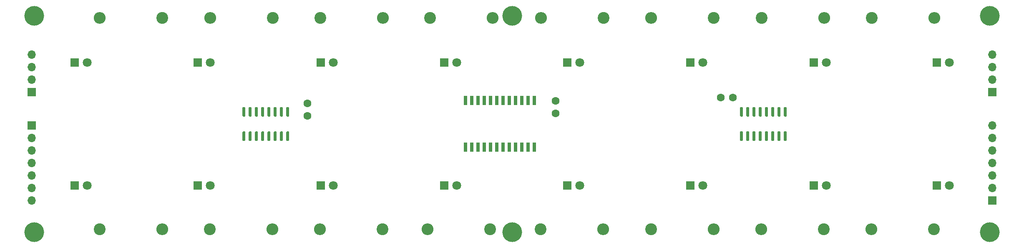
<source format=gbr>
%TF.GenerationSoftware,KiCad,Pcbnew,(5.1.7-0-10_14)*%
%TF.CreationDate,2020-11-05T14:27:50-03:00*%
%TF.ProjectId,macedo module 2,6d616365-646f-4206-9d6f-64756c652032,rev?*%
%TF.SameCoordinates,Original*%
%TF.FileFunction,Soldermask,Bot*%
%TF.FilePolarity,Negative*%
%FSLAX46Y46*%
G04 Gerber Fmt 4.6, Leading zero omitted, Abs format (unit mm)*
G04 Created by KiCad (PCBNEW (5.1.7-0-10_14)) date 2020-11-05 14:27:50*
%MOMM*%
%LPD*%
G01*
G04 APERTURE LIST*
%ADD10C,4.000000*%
%ADD11R,0.650000X1.950000*%
%ADD12C,1.800000*%
%ADD13R,1.800000X1.800000*%
%ADD14O,1.700000X1.700000*%
%ADD15R,1.700000X1.700000*%
%ADD16O,2.400000X2.400000*%
%ADD17C,2.400000*%
%ADD18C,1.600000*%
G04 APERTURE END LIST*
D10*
%TO.C,REF\u002A\u002A*%
X242000000Y-167000000D03*
%TD*%
%TO.C,REF\u002A\u002A*%
X145000000Y-167000000D03*
%TD*%
%TO.C,REF\u002A\u002A*%
X48000000Y-167000000D03*
%TD*%
%TO.C,REF\u002A\u002A*%
X145000000Y-123000000D03*
%TD*%
%TO.C,REF\u002A\u002A*%
X48000000Y-123000000D03*
%TD*%
D11*
%TO.C,cd4067d1*%
X135565000Y-140225000D03*
X136835000Y-140225000D03*
X138105000Y-140225000D03*
X139375000Y-140225000D03*
X140645000Y-140225000D03*
X141915000Y-140225000D03*
X143185000Y-140225000D03*
X144455000Y-140225000D03*
X145725000Y-140225000D03*
X146995000Y-140225000D03*
X148265000Y-140225000D03*
X149535000Y-140225000D03*
X149535000Y-149675000D03*
X148265000Y-149675000D03*
X146995000Y-149675000D03*
X145725000Y-149675000D03*
X144455000Y-149675000D03*
X143185000Y-149675000D03*
X141915000Y-149675000D03*
X140645000Y-149675000D03*
X139375000Y-149675000D03*
X138105000Y-149675000D03*
X136835000Y-149675000D03*
X135565000Y-149675000D03*
%TD*%
D10*
%TO.C,REF\u002A\u002A*%
X242000000Y-123000000D03*
%TD*%
D12*
%TO.C,D1*%
X58740000Y-132500000D03*
D13*
X56200000Y-132500000D03*
%TD*%
%TO.C,D2*%
X56200000Y-157500000D03*
D12*
X58740000Y-157500000D03*
%TD*%
D13*
%TO.C,D3*%
X81200000Y-132500000D03*
D12*
X83740000Y-132500000D03*
%TD*%
D13*
%TO.C,D4*%
X81200000Y-157500000D03*
D12*
X83740000Y-157500000D03*
%TD*%
%TO.C,D5*%
X108740000Y-132500000D03*
D13*
X106200000Y-132500000D03*
%TD*%
%TO.C,D6*%
X106200000Y-157500000D03*
D12*
X108740000Y-157500000D03*
%TD*%
D13*
%TO.C,D7*%
X131200000Y-132500000D03*
D12*
X133740000Y-132500000D03*
%TD*%
%TO.C,D8*%
X133740000Y-157500000D03*
D13*
X131200000Y-157500000D03*
%TD*%
%TO.C,D9*%
X156200000Y-132500000D03*
D12*
X158740000Y-132500000D03*
%TD*%
%TO.C,D10*%
X158740000Y-157500000D03*
D13*
X156200000Y-157500000D03*
%TD*%
D12*
%TO.C,D11*%
X183740000Y-132500000D03*
D13*
X181200000Y-132500000D03*
%TD*%
D12*
%TO.C,D12*%
X183740000Y-157500000D03*
D13*
X181200000Y-157500000D03*
%TD*%
%TO.C,D13*%
X206200000Y-132500000D03*
D12*
X208740000Y-132500000D03*
%TD*%
%TO.C,D14*%
X208740000Y-157500000D03*
D13*
X206200000Y-157500000D03*
%TD*%
D12*
%TO.C,D15*%
X233740000Y-132500000D03*
D13*
X231200000Y-132500000D03*
%TD*%
%TO.C,D16*%
X231200000Y-157500000D03*
D12*
X233740000Y-157500000D03*
%TD*%
D14*
%TO.C,4067_conn_1*%
X242500000Y-145300000D03*
X242500000Y-147840000D03*
X242500000Y-150380000D03*
X242500000Y-152920000D03*
X242500000Y-155460000D03*
X242500000Y-158000000D03*
D15*
X242500000Y-160540000D03*
%TD*%
%TO.C,4067_conn_2*%
X47500000Y-145290000D03*
D14*
X47500000Y-147830000D03*
X47500000Y-150370000D03*
X47500000Y-152910000D03*
X47500000Y-155450000D03*
X47500000Y-157990000D03*
X47500000Y-160530000D03*
%TD*%
D15*
%TO.C,595_conn_1*%
X47500000Y-138540000D03*
D14*
X47500000Y-136000000D03*
X47500000Y-133460000D03*
X47500000Y-130920000D03*
%TD*%
D16*
%TO.C,R1*%
X61300000Y-123500000D03*
D17*
X74000000Y-123500000D03*
%TD*%
%TO.C,R3*%
X96385714Y-123500000D03*
D16*
X83685714Y-123500000D03*
%TD*%
%TO.C,R5*%
X118771428Y-123500000D03*
D17*
X106071428Y-123500000D03*
%TD*%
%TO.C,R7*%
X128300000Y-123500000D03*
D16*
X141000000Y-123500000D03*
%TD*%
%TO.C,R9*%
X150842856Y-123500000D03*
D17*
X163542856Y-123500000D03*
%TD*%
%TO.C,R11*%
X185928570Y-123500000D03*
D16*
X173228570Y-123500000D03*
%TD*%
%TO.C,R13*%
X208314284Y-123500000D03*
D17*
X195614284Y-123500000D03*
%TD*%
%TO.C,R15*%
X218000000Y-123500000D03*
D16*
X230700000Y-123500000D03*
%TD*%
%TO.C,74hc595*%
G36*
G01*
X99595000Y-143500000D02*
X99295000Y-143500000D01*
G75*
G02*
X99145000Y-143350000I0J150000D01*
G01*
X99145000Y-141700000D01*
G75*
G02*
X99295000Y-141550000I150000J0D01*
G01*
X99595000Y-141550000D01*
G75*
G02*
X99745000Y-141700000I0J-150000D01*
G01*
X99745000Y-143350000D01*
G75*
G02*
X99595000Y-143500000I-150000J0D01*
G01*
G37*
G36*
G01*
X98325000Y-143500000D02*
X98025000Y-143500000D01*
G75*
G02*
X97875000Y-143350000I0J150000D01*
G01*
X97875000Y-141700000D01*
G75*
G02*
X98025000Y-141550000I150000J0D01*
G01*
X98325000Y-141550000D01*
G75*
G02*
X98475000Y-141700000I0J-150000D01*
G01*
X98475000Y-143350000D01*
G75*
G02*
X98325000Y-143500000I-150000J0D01*
G01*
G37*
G36*
G01*
X97055000Y-143500000D02*
X96755000Y-143500000D01*
G75*
G02*
X96605000Y-143350000I0J150000D01*
G01*
X96605000Y-141700000D01*
G75*
G02*
X96755000Y-141550000I150000J0D01*
G01*
X97055000Y-141550000D01*
G75*
G02*
X97205000Y-141700000I0J-150000D01*
G01*
X97205000Y-143350000D01*
G75*
G02*
X97055000Y-143500000I-150000J0D01*
G01*
G37*
G36*
G01*
X95785000Y-143500000D02*
X95485000Y-143500000D01*
G75*
G02*
X95335000Y-143350000I0J150000D01*
G01*
X95335000Y-141700000D01*
G75*
G02*
X95485000Y-141550000I150000J0D01*
G01*
X95785000Y-141550000D01*
G75*
G02*
X95935000Y-141700000I0J-150000D01*
G01*
X95935000Y-143350000D01*
G75*
G02*
X95785000Y-143500000I-150000J0D01*
G01*
G37*
G36*
G01*
X94515000Y-143500000D02*
X94215000Y-143500000D01*
G75*
G02*
X94065000Y-143350000I0J150000D01*
G01*
X94065000Y-141700000D01*
G75*
G02*
X94215000Y-141550000I150000J0D01*
G01*
X94515000Y-141550000D01*
G75*
G02*
X94665000Y-141700000I0J-150000D01*
G01*
X94665000Y-143350000D01*
G75*
G02*
X94515000Y-143500000I-150000J0D01*
G01*
G37*
G36*
G01*
X93245000Y-143500000D02*
X92945000Y-143500000D01*
G75*
G02*
X92795000Y-143350000I0J150000D01*
G01*
X92795000Y-141700000D01*
G75*
G02*
X92945000Y-141550000I150000J0D01*
G01*
X93245000Y-141550000D01*
G75*
G02*
X93395000Y-141700000I0J-150000D01*
G01*
X93395000Y-143350000D01*
G75*
G02*
X93245000Y-143500000I-150000J0D01*
G01*
G37*
G36*
G01*
X91975000Y-143500000D02*
X91675000Y-143500000D01*
G75*
G02*
X91525000Y-143350000I0J150000D01*
G01*
X91525000Y-141700000D01*
G75*
G02*
X91675000Y-141550000I150000J0D01*
G01*
X91975000Y-141550000D01*
G75*
G02*
X92125000Y-141700000I0J-150000D01*
G01*
X92125000Y-143350000D01*
G75*
G02*
X91975000Y-143500000I-150000J0D01*
G01*
G37*
G36*
G01*
X90705000Y-143500000D02*
X90405000Y-143500000D01*
G75*
G02*
X90255000Y-143350000I0J150000D01*
G01*
X90255000Y-141700000D01*
G75*
G02*
X90405000Y-141550000I150000J0D01*
G01*
X90705000Y-141550000D01*
G75*
G02*
X90855000Y-141700000I0J-150000D01*
G01*
X90855000Y-143350000D01*
G75*
G02*
X90705000Y-143500000I-150000J0D01*
G01*
G37*
G36*
G01*
X90705000Y-148450000D02*
X90405000Y-148450000D01*
G75*
G02*
X90255000Y-148300000I0J150000D01*
G01*
X90255000Y-146650000D01*
G75*
G02*
X90405000Y-146500000I150000J0D01*
G01*
X90705000Y-146500000D01*
G75*
G02*
X90855000Y-146650000I0J-150000D01*
G01*
X90855000Y-148300000D01*
G75*
G02*
X90705000Y-148450000I-150000J0D01*
G01*
G37*
G36*
G01*
X91975000Y-148450000D02*
X91675000Y-148450000D01*
G75*
G02*
X91525000Y-148300000I0J150000D01*
G01*
X91525000Y-146650000D01*
G75*
G02*
X91675000Y-146500000I150000J0D01*
G01*
X91975000Y-146500000D01*
G75*
G02*
X92125000Y-146650000I0J-150000D01*
G01*
X92125000Y-148300000D01*
G75*
G02*
X91975000Y-148450000I-150000J0D01*
G01*
G37*
G36*
G01*
X93245000Y-148450000D02*
X92945000Y-148450000D01*
G75*
G02*
X92795000Y-148300000I0J150000D01*
G01*
X92795000Y-146650000D01*
G75*
G02*
X92945000Y-146500000I150000J0D01*
G01*
X93245000Y-146500000D01*
G75*
G02*
X93395000Y-146650000I0J-150000D01*
G01*
X93395000Y-148300000D01*
G75*
G02*
X93245000Y-148450000I-150000J0D01*
G01*
G37*
G36*
G01*
X94515000Y-148450000D02*
X94215000Y-148450000D01*
G75*
G02*
X94065000Y-148300000I0J150000D01*
G01*
X94065000Y-146650000D01*
G75*
G02*
X94215000Y-146500000I150000J0D01*
G01*
X94515000Y-146500000D01*
G75*
G02*
X94665000Y-146650000I0J-150000D01*
G01*
X94665000Y-148300000D01*
G75*
G02*
X94515000Y-148450000I-150000J0D01*
G01*
G37*
G36*
G01*
X95785000Y-148450000D02*
X95485000Y-148450000D01*
G75*
G02*
X95335000Y-148300000I0J150000D01*
G01*
X95335000Y-146650000D01*
G75*
G02*
X95485000Y-146500000I150000J0D01*
G01*
X95785000Y-146500000D01*
G75*
G02*
X95935000Y-146650000I0J-150000D01*
G01*
X95935000Y-148300000D01*
G75*
G02*
X95785000Y-148450000I-150000J0D01*
G01*
G37*
G36*
G01*
X97055000Y-148450000D02*
X96755000Y-148450000D01*
G75*
G02*
X96605000Y-148300000I0J150000D01*
G01*
X96605000Y-146650000D01*
G75*
G02*
X96755000Y-146500000I150000J0D01*
G01*
X97055000Y-146500000D01*
G75*
G02*
X97205000Y-146650000I0J-150000D01*
G01*
X97205000Y-148300000D01*
G75*
G02*
X97055000Y-148450000I-150000J0D01*
G01*
G37*
G36*
G01*
X98325000Y-148450000D02*
X98025000Y-148450000D01*
G75*
G02*
X97875000Y-148300000I0J150000D01*
G01*
X97875000Y-146650000D01*
G75*
G02*
X98025000Y-146500000I150000J0D01*
G01*
X98325000Y-146500000D01*
G75*
G02*
X98475000Y-146650000I0J-150000D01*
G01*
X98475000Y-148300000D01*
G75*
G02*
X98325000Y-148450000I-150000J0D01*
G01*
G37*
G36*
G01*
X99595000Y-148450000D02*
X99295000Y-148450000D01*
G75*
G02*
X99145000Y-148300000I0J150000D01*
G01*
X99145000Y-146650000D01*
G75*
G02*
X99295000Y-146500000I150000J0D01*
G01*
X99595000Y-146500000D01*
G75*
G02*
X99745000Y-146650000I0J-150000D01*
G01*
X99745000Y-148300000D01*
G75*
G02*
X99595000Y-148450000I-150000J0D01*
G01*
G37*
%TD*%
%TO.C,74hc595_2*%
G36*
G01*
X200595000Y-148450000D02*
X200295000Y-148450000D01*
G75*
G02*
X200145000Y-148300000I0J150000D01*
G01*
X200145000Y-146650000D01*
G75*
G02*
X200295000Y-146500000I150000J0D01*
G01*
X200595000Y-146500000D01*
G75*
G02*
X200745000Y-146650000I0J-150000D01*
G01*
X200745000Y-148300000D01*
G75*
G02*
X200595000Y-148450000I-150000J0D01*
G01*
G37*
G36*
G01*
X199325000Y-148450000D02*
X199025000Y-148450000D01*
G75*
G02*
X198875000Y-148300000I0J150000D01*
G01*
X198875000Y-146650000D01*
G75*
G02*
X199025000Y-146500000I150000J0D01*
G01*
X199325000Y-146500000D01*
G75*
G02*
X199475000Y-146650000I0J-150000D01*
G01*
X199475000Y-148300000D01*
G75*
G02*
X199325000Y-148450000I-150000J0D01*
G01*
G37*
G36*
G01*
X198055000Y-148450000D02*
X197755000Y-148450000D01*
G75*
G02*
X197605000Y-148300000I0J150000D01*
G01*
X197605000Y-146650000D01*
G75*
G02*
X197755000Y-146500000I150000J0D01*
G01*
X198055000Y-146500000D01*
G75*
G02*
X198205000Y-146650000I0J-150000D01*
G01*
X198205000Y-148300000D01*
G75*
G02*
X198055000Y-148450000I-150000J0D01*
G01*
G37*
G36*
G01*
X196785000Y-148450000D02*
X196485000Y-148450000D01*
G75*
G02*
X196335000Y-148300000I0J150000D01*
G01*
X196335000Y-146650000D01*
G75*
G02*
X196485000Y-146500000I150000J0D01*
G01*
X196785000Y-146500000D01*
G75*
G02*
X196935000Y-146650000I0J-150000D01*
G01*
X196935000Y-148300000D01*
G75*
G02*
X196785000Y-148450000I-150000J0D01*
G01*
G37*
G36*
G01*
X195515000Y-148450000D02*
X195215000Y-148450000D01*
G75*
G02*
X195065000Y-148300000I0J150000D01*
G01*
X195065000Y-146650000D01*
G75*
G02*
X195215000Y-146500000I150000J0D01*
G01*
X195515000Y-146500000D01*
G75*
G02*
X195665000Y-146650000I0J-150000D01*
G01*
X195665000Y-148300000D01*
G75*
G02*
X195515000Y-148450000I-150000J0D01*
G01*
G37*
G36*
G01*
X194245000Y-148450000D02*
X193945000Y-148450000D01*
G75*
G02*
X193795000Y-148300000I0J150000D01*
G01*
X193795000Y-146650000D01*
G75*
G02*
X193945000Y-146500000I150000J0D01*
G01*
X194245000Y-146500000D01*
G75*
G02*
X194395000Y-146650000I0J-150000D01*
G01*
X194395000Y-148300000D01*
G75*
G02*
X194245000Y-148450000I-150000J0D01*
G01*
G37*
G36*
G01*
X192975000Y-148450000D02*
X192675000Y-148450000D01*
G75*
G02*
X192525000Y-148300000I0J150000D01*
G01*
X192525000Y-146650000D01*
G75*
G02*
X192675000Y-146500000I150000J0D01*
G01*
X192975000Y-146500000D01*
G75*
G02*
X193125000Y-146650000I0J-150000D01*
G01*
X193125000Y-148300000D01*
G75*
G02*
X192975000Y-148450000I-150000J0D01*
G01*
G37*
G36*
G01*
X191705000Y-148450000D02*
X191405000Y-148450000D01*
G75*
G02*
X191255000Y-148300000I0J150000D01*
G01*
X191255000Y-146650000D01*
G75*
G02*
X191405000Y-146500000I150000J0D01*
G01*
X191705000Y-146500000D01*
G75*
G02*
X191855000Y-146650000I0J-150000D01*
G01*
X191855000Y-148300000D01*
G75*
G02*
X191705000Y-148450000I-150000J0D01*
G01*
G37*
G36*
G01*
X191705000Y-143500000D02*
X191405000Y-143500000D01*
G75*
G02*
X191255000Y-143350000I0J150000D01*
G01*
X191255000Y-141700000D01*
G75*
G02*
X191405000Y-141550000I150000J0D01*
G01*
X191705000Y-141550000D01*
G75*
G02*
X191855000Y-141700000I0J-150000D01*
G01*
X191855000Y-143350000D01*
G75*
G02*
X191705000Y-143500000I-150000J0D01*
G01*
G37*
G36*
G01*
X192975000Y-143500000D02*
X192675000Y-143500000D01*
G75*
G02*
X192525000Y-143350000I0J150000D01*
G01*
X192525000Y-141700000D01*
G75*
G02*
X192675000Y-141550000I150000J0D01*
G01*
X192975000Y-141550000D01*
G75*
G02*
X193125000Y-141700000I0J-150000D01*
G01*
X193125000Y-143350000D01*
G75*
G02*
X192975000Y-143500000I-150000J0D01*
G01*
G37*
G36*
G01*
X194245000Y-143500000D02*
X193945000Y-143500000D01*
G75*
G02*
X193795000Y-143350000I0J150000D01*
G01*
X193795000Y-141700000D01*
G75*
G02*
X193945000Y-141550000I150000J0D01*
G01*
X194245000Y-141550000D01*
G75*
G02*
X194395000Y-141700000I0J-150000D01*
G01*
X194395000Y-143350000D01*
G75*
G02*
X194245000Y-143500000I-150000J0D01*
G01*
G37*
G36*
G01*
X195515000Y-143500000D02*
X195215000Y-143500000D01*
G75*
G02*
X195065000Y-143350000I0J150000D01*
G01*
X195065000Y-141700000D01*
G75*
G02*
X195215000Y-141550000I150000J0D01*
G01*
X195515000Y-141550000D01*
G75*
G02*
X195665000Y-141700000I0J-150000D01*
G01*
X195665000Y-143350000D01*
G75*
G02*
X195515000Y-143500000I-150000J0D01*
G01*
G37*
G36*
G01*
X196785000Y-143500000D02*
X196485000Y-143500000D01*
G75*
G02*
X196335000Y-143350000I0J150000D01*
G01*
X196335000Y-141700000D01*
G75*
G02*
X196485000Y-141550000I150000J0D01*
G01*
X196785000Y-141550000D01*
G75*
G02*
X196935000Y-141700000I0J-150000D01*
G01*
X196935000Y-143350000D01*
G75*
G02*
X196785000Y-143500000I-150000J0D01*
G01*
G37*
G36*
G01*
X198055000Y-143500000D02*
X197755000Y-143500000D01*
G75*
G02*
X197605000Y-143350000I0J150000D01*
G01*
X197605000Y-141700000D01*
G75*
G02*
X197755000Y-141550000I150000J0D01*
G01*
X198055000Y-141550000D01*
G75*
G02*
X198205000Y-141700000I0J-150000D01*
G01*
X198205000Y-143350000D01*
G75*
G02*
X198055000Y-143500000I-150000J0D01*
G01*
G37*
G36*
G01*
X199325000Y-143500000D02*
X199025000Y-143500000D01*
G75*
G02*
X198875000Y-143350000I0J150000D01*
G01*
X198875000Y-141700000D01*
G75*
G02*
X199025000Y-141550000I150000J0D01*
G01*
X199325000Y-141550000D01*
G75*
G02*
X199475000Y-141700000I0J-150000D01*
G01*
X199475000Y-143350000D01*
G75*
G02*
X199325000Y-143500000I-150000J0D01*
G01*
G37*
G36*
G01*
X200595000Y-143500000D02*
X200295000Y-143500000D01*
G75*
G02*
X200145000Y-143350000I0J150000D01*
G01*
X200145000Y-141700000D01*
G75*
G02*
X200295000Y-141550000I150000J0D01*
G01*
X200595000Y-141550000D01*
G75*
G02*
X200745000Y-141700000I0J-150000D01*
G01*
X200745000Y-143350000D01*
G75*
G02*
X200595000Y-143500000I-150000J0D01*
G01*
G37*
%TD*%
D17*
%TO.C,R2*%
X61250000Y-166350000D03*
D16*
X73950000Y-166350000D03*
%TD*%
%TO.C,R4*%
X96335714Y-166350000D03*
D17*
X83635714Y-166350000D03*
%TD*%
%TO.C,R6*%
X118721428Y-166350000D03*
D16*
X106021428Y-166350000D03*
%TD*%
%TO.C,R8*%
X127850000Y-166350000D03*
D17*
X140550000Y-166350000D03*
%TD*%
%TO.C,R10*%
X150792856Y-166350000D03*
D16*
X163492856Y-166350000D03*
%TD*%
%TO.C,R12*%
X185878570Y-166350000D03*
D17*
X173178570Y-166350000D03*
%TD*%
%TO.C,R14*%
X208264284Y-166350000D03*
D16*
X195564284Y-166350000D03*
%TD*%
%TO.C,R16*%
X217950000Y-166350000D03*
D17*
X230650000Y-166350000D03*
%TD*%
D15*
%TO.C,595_conn_2*%
X242500000Y-138540000D03*
D14*
X242500000Y-136000000D03*
X242500000Y-133460000D03*
X242500000Y-130920000D03*
%TD*%
D18*
%TO.C,C1*%
X189850000Y-139650000D03*
X187350000Y-139650000D03*
%TD*%
%TO.C,C2*%
X153850000Y-140340000D03*
X153850000Y-142840000D03*
%TD*%
%TO.C,C3*%
X103440000Y-143350000D03*
X103440000Y-140850000D03*
%TD*%
M02*

</source>
